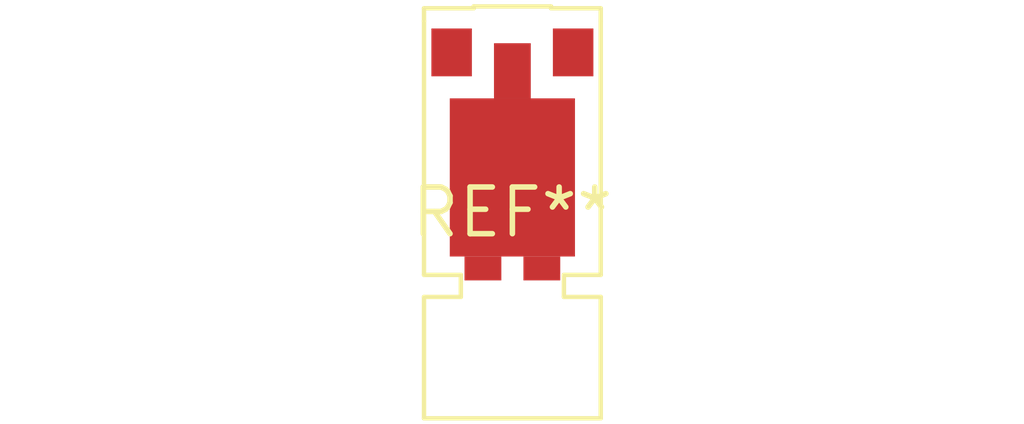
<source format=kicad_pcb>
(kicad_pcb (version 20240108) (generator pcbnew)
  (layers (0 "F.Cu" signal) (31 "B.Cu" signal) (34 "B.Paste" user) (35 "F.Paste" user) (36 "B.SilkS" user "B.Silkscreen") (37 "F.SilkS" user "F.Silkscreen") (38 "B.Mask" user) (39 "F.Mask" user) (44 "Edge.Cuts" user))
  (net 0 "")
  (footprint "Vybronics_VZ30C1T8219732L" (layer "F.Cu") (at 0 0)
    (property "Reference" "REF**")
    (property "Value" "Vybronics_VZ30C1T8219732L")
    (fp_line (start -2.4 -5.55) (end -1.05 -5.55) (layer "F.SilkS") (stroke (width 0.12)))
    (fp_line (start -2.4 -5.2) (end -2.4 -5.55) (layer "F.SilkS") (stroke (width 0.12)))
    (fp_line (start -2.4 1.7) (end -2.4 -5.2) (layer "F.SilkS") (stroke (width 0.12)))
    (fp_line (start -2.4 2.3) (end -1.4 2.3) (layer "F.SilkS") (stroke (width 0.12)))
    (fp_line (start -2.4 5.6) (end -2.4 2.3) (layer "F.SilkS") (stroke (width 0.12)))
    (fp_line (start -1.4 1.7) (end -2.4 1.7) (layer "F.SilkS") (stroke (width 0.12)))
    (fp_line (start -1.4 2.3) (end -1.4 1.7) (layer "F.SilkS") (stroke (width 0.12)))
    (fp_line (start -1.05 -5.6) (end 1.05 -5.6) (layer "F.SilkS") (stroke (width 0.12)))
    (fp_line (start -1.05 -5.55) (end -1.05 -5.6) (layer "F.SilkS") (stroke (width 0.12)))
    (fp_line (start 1.05 -5.6) (end 1.05 -5.55) (layer "F.SilkS") (stroke (width 0.12)))
    (fp_line (start 1.05 -5.55) (end 2.4 -5.55) (layer "F.SilkS") (stroke (width 0.12)))
    (fp_line (start 1.4 1.7) (end 1.4 2.3) (layer "F.SilkS") (stroke (width 0.12)))
    (fp_line (start 1.4 2.3) (end 2.4 2.3) (layer "F.SilkS") (stroke (width 0.12)))
    (fp_line (start 2.4 -5.55) (end 2.4 -5.2) (layer "F.SilkS") (stroke (width 0.12)))
    (fp_line (start 2.4 -5.2) (end 2.4 1.7) (layer "F.SilkS") (stroke (width 0.12)))
    (fp_line (start 2.4 1.7) (end 1.4 1.7) (layer "F.SilkS") (stroke (width 0.12)))
    (fp_line (start 2.4 2.3) (end 2.4 5.6) (layer "F.SilkS") (stroke (width 0.12)))
    (fp_line (start 2.4 5.6) (end -2.4 5.6) (layer "F.SilkS") (stroke (width 0.12)))
    (pad "1" smd rect (at -1.65 -4.35 270) (size 1.3 1.1) (layers "F.Cu" "F.Paste" "F.Mask"))
    (pad "2" smd rect (at 1.65 -4.35 270) (size 1.3 1.1) (layers "F.Cu" "F.Paste" "F.Mask"))
    (pad "SH" smd rect (at -0.8 1.525) (size 1 0.65) (layers "F.Cu" "F.Paste" "F.Mask"))
    (pad "SH" smd rect (at 0 -3.85 270) (size 1.5 1) (layers "F.Cu" "F.Paste" "F.Mask"))
    (pad "SH" smd rect (at 0 -0.95 270) (size 4.3 3.4) (layers "F.Cu" "F.Mask"))
    (pad "SH" smd rect (at 0.8 1.525) (size 1 0.65) (layers "F.Cu" "F.Paste" "F.Mask"))
  )
)
</source>
